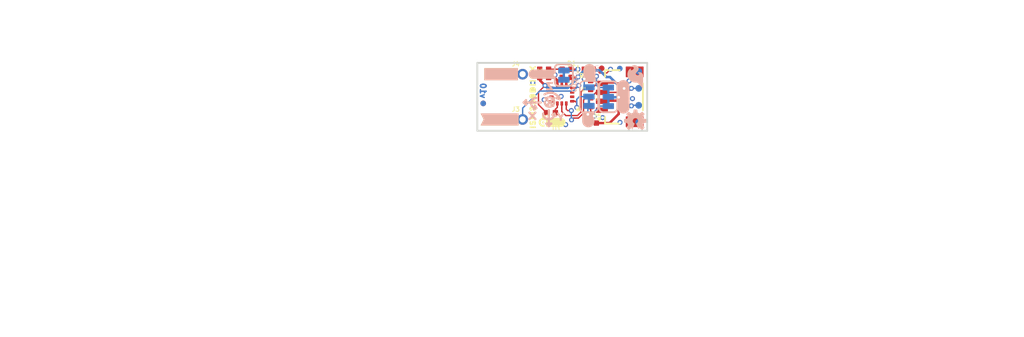
<source format=kicad_pcb>
(kicad_pcb (version 20211014) (generator pcbnew)
  (layers (0 "F.Cu" signal) (31 "B.Cu" signal) (34 "B.Paste" user) (35 "F.Paste" user) (36 "B.SilkS" user "B.Silkscreen") (37 "F.SilkS" user "F.Silkscreen") (38 "B.Mask" user) (39 "F.Mask" user) (44 "Edge.Cuts" user))
  (net 0 "")
  (net 1 "GND")
  (net 2 "SCL")
  (net 3 "SDA")
  (net 4 "SA0")
  (net 5 "INT1")
  (net 6 "3.3V")
  (net 7 "N$5")
  (net 8 "N$6")
  (net 9 "N$2")
  (net 10 "N$3")
  (net 11 "N$1")
  (net 12 "N$7")
  (net 13 "N$4")
  (footprint "boardEagle:ISM330DHCX2120" (layer "F.Cu") (at 145.1991 104.9782 90)
    (fp_text reference "U$6" hide)
    (fp_text value "" hide)
  )
  (footprint "boardEagle:FIDUCIAL-MICRO" (layer "F.Cu") (at 152.9207 101.8032)
    (fp_text reference "FID1" hide)
    (fp_text value "FIDUCIALUFIDUCIAL" hide)
    (pad "1" smd roundrect (at 0 0) (size 0.635 0.635) (layers "F.Cu" "F.Mask") (roundrect_rratio 0.5))
  )
  (footprint "boardEagle:#GND#4" (layer "F.Cu") (at 141.6431 102.4636)
    (fp_text reference "U$4" hide)
    (fp_text value "" hide)
  )
  (footprint "boardEagle:1X01_1MM_NO_SILK" (layer "F.Cu") (at 144.0561 102.4636)
    (fp_text reference "J4" (at -1.27 -1.143) (layer "F.SilkS") (effects (font (size 0.512064 0.512064) (thickness 0.097536)) (justify left)))
    (fp_text value "")
    (pad "1" thru_hole circle (at 0 0 90) (size 1.2 1.2) (drill 0.7) (layers *.Cu *.Mask) (net 1 "GND"))
  )
  (footprint "boardEagle:CREATIVE_COMMONS" (layer "F.Cu") (at 117.3861 131.6736)
    (fp_text reference "FRAME1" hide)
    (fp_text value "FRAME-LETTER" hide)
  )
  (footprint "boardEagle:0402-TIGHT" (layer "F.Cu") (at 151.4729 101.9048 180)
    (fp_text reference "R6" (at 0 -0.762) (layer "F.SilkS") (effects (font (size 0.512064 0.512064) (thickness 0.097536)) (justify right)))
    (fp_text value "10k")
    (pad "1" smd roundrect (at -0.5 0 180) (size 0.6 0.6) (layers "F.Cu" "F.Paste" "F.Mask") (roundrect_rratio 0.08466666667) (net 1 "GND"))
    (pad "2" smd roundrect (at 0.5 0 180) (size 0.6 0.6) (layers "F.Cu" "F.Paste" "F.Mask") (roundrect_rratio 0.08466666667) (net 12 "N$7"))
  )
  (footprint "boardEagle:STAND-OFF-TIGHT" (layer "F.Cu") (at 141.5161 105.0036)
    (fp_text reference "STANDOFF1" hide)
    (fp_text value "STAND-OFFTIGHT" hide)
    (pad "" np_thru_hole circle (at 0 0) (size 3.048 3.048) (drill 3.048) (layers *.Cu *.Mask))
  )
  (footprint "boardEagle:0402-TIGHT" (layer "F.Cu") (at 146.4691 102.83825)
    (fp_text reference "C3" (at -0.889 -0.762) (layer "F.SilkS") (effects (font (size 0.367386 0.367386) (thickness 0.039014)) (justify left)))
    (fp_text value "0.1uF")
    (pad "1" smd roundrect (at -0.5 0) (size 0.6 0.6) (layers "F.Cu" "F.Paste" "F.Mask") (roundrect_rratio 0.08466666667) (net 6 "3.3V"))
    (pad "2" smd roundrect (at 0.5 0) (size 0.6 0.6) (layers "F.Cu" "F.Paste" "F.Mask") (roundrect_rratio 0.08466666667) (net 1 "GND"))
  )
  (footprint "boardEagle:JST04_1MM_RA" (layer "F.Cu") (at 152.9461 105.0036 90)
    (fp_text reference "J1" (at -1.397 2.159 90) (layer "F.SilkS") (effects (font (size 0.512064 0.512064) (thickness 0.097536)) (justify left)))
    (fp_text value "Qwiic Right Angle")
    (pad "1" smd roundrect (at -1.5 0 90) (size 0.6 1.35) (layers "F.Cu" "F.Paste" "F.Mask") (roundrect_rratio 0.08466666667) (net 1 "GND"))
    (pad "2" smd roundrect (at -0.5 0 90) (size 0.6 1.35) (layers "F.Cu" "F.Paste" "F.Mask") (roundrect_rratio 0.08466666667) (net 6 "3.3V"))
    (pad "3" smd roundrect (at 0.5 0 90) (size 0.6 1.35) (layers "F.Cu" "F.Paste" "F.Mask") (roundrect_rratio 0.08466666667) (net 3 "SDA"))
    (pad "4" smd roundrect (at 1.5 0 90) (size 0.6 1.35) (layers "F.Cu" "F.Paste" "F.Mask") (roundrect_rratio 0.08466666667) (net 2 "SCL"))
    (pad "NC1" smd roundrect (at 2.8 3.675 90) (size 1.2 2) (layers "F.Cu" "F.Paste" "F.Mask") (roundrect_rratio 0.04233333333))
    (pad "NC2" smd roundrect (at -2.8 3.675 90) (size 1.2 2) (layers "F.Cu" "F.Paste" "F.Mask") (roundrect_rratio 0.04233333333))
  )
  (footprint "boardEagle:1X01_1MM_NO_SILK" (layer "F.Cu") (at 144.0561 107.5436)
    (fp_text reference "J3" (at -1.27 -1.143) (layer "F.SilkS") (effects (font (size 0.512064 0.512064) (thickness 0.097536)) (justify left)))
    (fp_text value "")
    (pad "1" thru_hole circle (at 0 0 90) (size 1.2 1.2) (drill 0.7) (layers *.Cu *.Mask) (net 5 "INT1"))
  )
  (footprint "boardEagle:0402-TIGHT" (layer "F.Cu") (at 151.8285 107.95)
    (fp_text reference "R5" (at 0 -0.762) (layer "F.SilkS") (effects (font (size 0.512064 0.512064) (thickness 0.097536)) (justify left)))
    (fp_text value "10k")
    (pad "1" smd roundrect (at -0.5 0) (size 0.6 0.6) (layers "F.Cu" "F.Paste" "F.Mask") (roundrect_rratio 0.08466666667) (net 11 "N$1"))
    (pad "2" smd roundrect (at 0.5 0) (size 0.6 0.6) (layers "F.Cu" "F.Paste" "F.Mask") (roundrect_rratio 0.08466666667) (net 6 "3.3V"))
  )
  (footprint "boardEagle:QWIIC_3MM" (layer "F.Cu") (at 147.3581 107.8738)
    (fp_text reference "LOGO1" hide)
    (fp_text value "QWIIC_LOGO_3MM" hide)
  )
  (footprint "boardEagle:0402-TIGHT" (layer "F.Cu") (at 148.9964 102.81285 180)
    (fp_text reference "C4" (at -0.889 -0.762) (layer "F.SilkS") (effects (font (size 0.367386 0.367386) (thickness 0.039014)) (justify right)))
    (fp_text value "0.1uF")
    (pad "1" smd roundrect (at -0.5 0 180) (size 0.6 0.6) (layers "F.Cu" "F.Paste" "F.Mask") (roundrect_rratio 0.08466666667) (net 6 "3.3V"))
    (pad "2" smd roundrect (at 0.5 0 180) (size 0.6 0.6) (layers "F.Cu" "F.Paste" "F.Mask") (roundrect_rratio 0.08466666667) (net 1 "GND"))
  )
  (footprint "boardEagle:0402-TIGHT" (layer "F.Cu") (at 151.68245 103.6828 90)
    (fp_text reference "R1" (at -0.889 -0.762 90) (layer "F.SilkS") (effects (font (size 0.367386 0.367386) (thickness 0.039014)) (justify left)))
    (fp_text value "2.2k")
    (pad "1" smd roundrect (at -0.5 0 90) (size 0.6 0.6) (layers "F.Cu" "F.Paste" "F.Mask") (roundrect_rratio 0.08466666667) (net 2 "SCL"))
    (pad "2" smd roundrect (at 0.5 0 90) (size 0.6 0.6) (layers "F.Cu" "F.Paste" "F.Mask") (roundrect_rratio 0.08466666667) (net 7 "N$5"))
  )
  (footprint "boardEagle:LED-0402" (layer "F.Cu") (at 148.9837 101.9048)
    (fp_text reference "D1" (at 0 -0.635) (layer "F.SilkS") (effects (font (size 0.512064 0.512064) (thickness 0.097536)) (justify left)))
    (fp_text value "RED" hide)
    (pad "A" smd roundrect (at -0.5 0) (size 0.6 0.6) (layers "F.Cu" "F.Paste" "F.Mask") (roundrect_rratio 0.08466666667) (net 9 "N$2"))
    (pad "C" smd roundrect (at 0.5 0) (size 0.6 0.6) (layers "F.Cu" "F.Paste" "F.Mask") (roundrect_rratio 0.08466666667) (net 10 "N$3"))
  )
  (footprint "boardEagle:FIDUCIAL-MICRO" (layer "F.Cu") (at 139.6365 105.7402)
    (fp_text reference "FID2" hide)
    (fp_text value "FIDUCIALUFIDUCIAL" hide)
    (pad "1" smd roundrect (at 0 0) (size 0.635 0.635) (layers "F.Cu" "F.Mask") (roundrect_rratio 0.5))
  )
  (footprint "boardEagle:0402-TIGHT" (layer "F.Cu") (at 151.68245 105.6132 -90)
    (fp_text reference "R2" (at -0.889 -0.762 90) (layer "F.SilkS") (effects (font (size 0.367386 0.367386) (thickness 0.039014)) (justify right)))
    (fp_text value "2.2k")
    (pad "1" smd roundrect (at -0.5 0 270) (size 0.6 0.6) (layers "F.Cu" "F.Paste" "F.Mask") (roundrect_rratio 0.08466666667) (net 3 "SDA"))
    (pad "2" smd roundrect (at 0.5 0 270) (size 0.6 0.6) (layers "F.Cu" "F.Paste" "F.Mask") (roundrect_rratio 0.08466666667) (net 8 "N$6"))
  )
  (footprint "boardEagle:0402-TIGHT" (layer "F.Cu") (at 146.4691 101.9048 180)
    (fp_text reference "R4" (at 0 -0.762) (layer "F.SilkS") (effects (font (size 0.512064 0.512064) (thickness 0.097536)) (justify right)))
    (fp_text value "1k")
    (pad "1" smd roundrect (at -0.5 0 180) (size 0.6 0.6) (layers "F.Cu" "F.Paste" "F.Mask") (roundrect_rratio 0.08466666667) (net 9 "N$2"))
    (pad "2" smd roundrect (at 0.5 0 180) (size 0.6 0.6) (layers "F.Cu" "F.Paste" "F.Mask") (roundrect_rratio 0.08466666667) (net 6 "3.3V"))
  )
  (footprint "boardEagle:BLANK" (layer "F.Cu") (at 99.6061 124.0536)
    (fp_text reference "LOGO3" hide)
    (fp_text value "SFE_LOGO_NAME_FLAMEBLANK" hide)
  )
  (footprint "boardEagle:0402-TIGHT" (layer "F.Cu") (at 147.2311 106.7816 180)
    (fp_text reference "R3" (at 0 -0.562) (layer "F.SilkS") (effects (font (size 0.512064 0.512064) (thickness 0.097536)) (justify right)))
    (fp_text value "10k")
    (pad "1" smd roundrect (at -0.5 0 180) (size 0.6 0.6) (layers "F.Cu" "F.Paste" "F.Mask") (roundrect_rratio 0.08466666667) (net 13 "N$4"))
    (pad "2" smd roundrect (at 0.5 0 180) (size 0.6 0.6) (layers "F.Cu" "F.Paste" "F.Mask") (roundrect_rratio 0.08466666667) (net 6 "3.3V"))
  )
  (footprint "boardEagle:LGA-14L" (layer "F.Cu") (at 148.4503 104.7496 180)
    (fp_text reference "U1" (at 0 -3.849) (layer "F.SilkS") (effects (font (size 0.512064 0.512064) (thickness 0.097536)) (justify right)))
    (fp_text value "ISM330DHCX")
    (pad "P1" smd roundrect (at -1.1625 -0.75 180) (size 0.48 0.3) (layers "F.Cu" "F.Paste" "F.Mask") (roundrect_rratio 0.1693333333) (net 4 "SA0"))
    (pad "P2" smd roundrect (at -1.1625 -0.25 180) (size 0.48 0.3) (layers "F.Cu" "F.Paste" "F.Mask") (roundrect_rratio 0.1693333333))
    (pad "P3" smd roundrect (at -1.1625 0.25 180) (size 0.48 0.3) (layers "F.Cu" "F.Paste" "F.Mask") (roundrect_rratio 0.1693333333))
    (pad "P4" smd roundrect (at -1.1625 0.75 180) (size 0.48 0.3) (layers "F.Cu" "F.Paste" "F.Mask") (roundrect_rratio 0.1693333333) (net 5 "INT1"))
    (pad "P5" smd roundrect (at -0.5 1 180) (size 0.3 0.48) (layers "F.Cu" "F.Paste" "F.Mask") (roundrect_rratio 0.1693333333) (net 6 "3.3V"))
    (pad "P6" smd roundrect (at 0 1 180) (size 0.3 0.48) (layers "F.Cu" "F.Paste" "F.Mask") (roundrect_rratio 0.1693333333) (net 1 "GND"))
    (pad "P7" smd roundrect (at 0.5 1 180) (size 0.3 0.48) (layers "F.Cu" "F.Paste" "F.Mask") (roundrect_rratio 0.1693333333) (net 1 "GND"))
    (pad "P8" smd roundrect (at 1.1625 0.75) (size 0.48 0.3) (layers "F.Cu" "F.Paste" "F.Mask") (roundrect_rratio 0.1693333333) (net 6 "3.3V"))
    (pad "P9" smd roundrect (at 1.1625 0.25) (size 0.48 0.3) (layers "F.Cu" "F.Paste" "F.Mask") (roundrect_rratio 0.1693333333))
    (pad "P10" smd roundrect (at 1.1625 -0.25) (size 0.48 0.3) (layers "F.Cu" "F.Paste" "F.Mask") (roundrect_rratio 0.1693333333))
    (pad "P11" smd roundrect (at 1.1625 -0.75) (size 0.48 0.3) (layers "F.Cu" "F.Paste" "F.Mask") (roundrect_rratio 0.1693333333))
    (pad "P12" smd roundrect (at 0.5 -1) (size 0.3 0.48) (layers "F.Cu" "F.Paste" "F.Mask") (roundrect_rratio 0.1693333333) (net 13 "N$4"))
    (pad "P13" smd roundrect (at 0 -1) (size 0.3 0.48) (layers "F.Cu" "F.Paste" "F.Mask") (roundrect_rratio 0.1693333333) (net 2 "SCL"))
    (pad "P14" smd roundrect (at -0.5 -1) (size 0.3 0.48) (layers "F.Cu" "F.Paste" "F.Mask") (roundrect_rratio 0.1693333333) (net 3 "SDA"))
  )
  (footprint "boardEagle:#INT1#0" (layer "F.Cu") (at 141.6431 107.5436)
    (fp_text reference "U$5" hide)
    (fp_text value "" hide)
  )
  (footprint "boardEagle:SMT-JUMPER_3_2-NC_TRACE_SILK" (layer "B.Cu") (at 153.66365 105.0036 -90)
    (fp_text reference "I2C_PU0" (at -1.27 1.27 -270) (layer "B.SilkS") (effects (font (size 0.367386 0.367386) (thickness 0.039014)) (justify right mirror)))
    (fp_text value "S_MODE")
    (fp_poly (pts (xy -0.50165 -0.13335) (xy -1.23825 -0.13335) (xy -1.23825 0.13335) (xy -0.50165 0.13335)) (layer "B.Cu") (width 0) (fill solid))
    (fp_poly (pts (xy 1.23825 -0.13335) (xy 0.50165 -0.13335) (xy 0.50165 0.13335) (xy 1.23825 0.13335)) (layer "B.Cu") (width 0) (fill solid))
    (fp_poly (pts (xy 0.53975 -0.13335) (xy -0.53975 -0.13335) (xy -0.53975 0.13335) (xy 0.53975 0.13335)) (layer "B.Cu") (width 0) (fill solid))
    (pad "1" smd roundrect (at -1.0414 0 270) (size 0.6604 1.27) (layers "B.Cu" "B.Mask") (roundrect_rratio 0.07692307692) (net 7 "N$5"))
    (pad "2" smd roundrect (at 0 0 270) (size 0.6604 1.27) (layers "B.Cu" "B.Mask") (roundrect_rratio 0.07692307692) (net 6 "3.3V"))
    (pad "3" smd roundrect (at 1.0414 0 270) (size 0.6604 1.27) (layers "B.Cu" "B.Mask") (roundrect_rratio 0.07692307692) (net 8 "N$6"))
  )
  (footprint "boardEagle:#LED#2121" (layer "B.Cu") (at 146.3167 102.4636 180)
    (fp_text reference "U$3" hide)
    (fp_text value "" hide)
  )
  (footprint "boardEagle:Y2115" (layer "B.Cu") (at 148.2471 107.2388 180)
    (fp_text reference "U$8" hide)
    (fp_text value "" hide)
  )
  (footprint "boardEagle:#GND#4" (layer "B.Cu") (at 141.6431 102.4636 180)
    (fp_text reference "U$10" hide)
    (fp_text value "" hide)
  )
  (footprint "boardEagle:PAD.03X.03" (layer "B.Cu") (at 157.0736 105.9561 180)
    (fp_text reference "TP3" hide)
    (fp_text value "TEST-POINT3" hide)
    (pad "1" smd roundrect (at 0 0 180) (size 0.762 0.762) (layers "B.Cu" "B.Mask") (roundrect_rratio 0.5) (net 6 "3.3V"))
  )
  (footprint "boardEagle:#0#4" (layer "B.Cu") (at 151.5491 102.4636 90)
    (fp_text reference "U$1" hide)
    (fp_text value "" hide)
  )
  (footprint "boardEagle:FIDUCIAL-MICRO" (layer "B.Cu") (at 139.6365 105.7402 180)
    (fp_text reference "FD2" hide)
    (fp_text value "FIDUCIALUFIDUCIAL" hide)
    (pad "1" smd roundrect (at 0 0 180) (size 0.635 0.635) (layers "B.Cu" "B.Mask") (roundrect_rratio 0.5))
  )
  (footprint "boardEagle:SFE_LOGO_FLAME_.1" (layer "B.Cu") (at 156.7053 102.7176 180)
    (fp_text reference "U$29" hide)
    (fp_text value "" hide)
  )
  (footprint "boardEagle:PAD.03X.03" (layer "B.Cu") (at 157.0736 102.1461 -90)
    (fp_text reference "TP1" hide)
    (fp_text value "TEST-POINT3" hide)
    (pad "1" smd roundrect (at 0 0 270) (size 0.762 0.762) (layers "B.Cu" "B.Mask") (roundrect_rratio 0.5) (net 2 "SCL"))
  )
  (footprint "boardEagle:FIDUCIAL-MICRO" (layer "B.Cu") (at 154.9527 101.8286 180)
    (fp_text reference "FD1" hide)
    (fp_text value "FIDUCIALUFIDUCIAL" hide)
    (pad "1" smd roundrect (at 0 0 180) (size 0.635 0.635) (layers "B.Cu" "B.Mask") (roundrect_rratio 0.5))
  )
  (footprint "boardEagle:SMT-JUMPER_3_1-NC_TRACE_SILK" (layer "B.Cu") (at 151.49195 104.9782 -90)
    (fp_text reference "ADDR0" (at -1.27 1.27 -270) (layer "B.SilkS") (effects (font (size 0.367386 0.367386) (thickness 0.039014)) (justify right mirror)))
    (fp_text value "JUMPER-SMT_3_1-NC_TRACE_SILK")
    (fp_poly (pts (xy 0.53975 -0.13335) (xy -0.19685 -0.13335) (xy -0.19685 0.13335) (xy 0.53975 0.13335)) (layer "B.Cu") (width 0) (fill solid))
    (fp_poly (pts (xy 1.23825 -0.13335) (xy 0.50165 -0.13335) (xy 0.50165 0.13335) (xy 1.23825 0.13335)) (layer "B.Cu") (width 0) (fill solid))
    (pad "1" smd roundrect (at -1.0414 0 270) (size 0.6604 1.27) (layers "B.Cu" "B.Mask") (roundrect_rratio 0.07692307692) (net 12 "N$7"))
    (pad "2" smd roundrect (at 0 0 270) (size 0.6604 1.27) (layers "B.Cu" "B.Mask") (roundrect_rratio 0.07692307692) (net 4 "SA0"))
    (pad "3" smd roundrect (at 1.0414 0 270) (size 0.6604 1.27) (layers "B.Cu" "B.Mask") (roundrect_rratio 0.07692307692) (net 11 "N$1"))
  )
  (footprint "boardEagle:#1#4" (layer "B.Cu") (at 151.4221 107.4166 90)
    (fp_text reference "U$2" hide)
    (fp_text value "" hide)
  )
  (footprint "boardEagle:#I2C#4" (layer "B.Cu") (at 155.3591 105.0036 90)
    (fp_text reference "U$12" hide)
    (fp_text value "" hide)
  )
  (footprint "boardEagle:SMT-JUMPER_2_NC_TRACE_SILK" (layer "B.Cu") (at 148.6789 102.5652 90)
    (fp_text reference "LED0" (at 0 1.143 90) (layer "B.SilkS") (effects (font (size 0.512064 0.512064) (thickness 0.097536)) (justify left mirror)))
    (fp_text value "JUMPER-SMT_2_NC_TRACE_SILK")
    (fp_poly (pts (xy 0.03175 -0.13335) (xy -0.70485 -0.13335) (xy -0.70485 0.13335) (xy 0.03175 0.13335)) (layer "B.Cu") (width 0) (fill solid))
    (fp_poly (pts (xy 0.70485 -0.13335) (xy -0.03175 -0.13335) (xy -0.03175 0.13335) (xy 0.70485 0.13335)) (layer "B.Cu") (width 0) (fill solid))
    (pad "1" smd roundrect (at -0.5207 0 90) (size 0.6604 1.27) (layers "B.Cu" "B.Mask") (roundrect_rratio 0.07692307692) (net 1 "GND"))
    (pad "2" smd roundrect (at 0.5207 0 90) (size 0.6604 1.27) (layers "B.Cu" "B.Mask") (roundrect_rratio 0.07692307692) (net 10 "N$3"))
  )
  (footprint "boardEagle:#INT1#2" (layer "B.Cu") (at 141.6431 107.5436 180)
    (fp_text reference "U$11" hide)
    (fp_text value "" hide)
  )
  (footprint "boardEagle:OSHW-LOGO-MINI" (layer "B.Cu") (at 156.7053 107.68965 180)
    (fp_text reference "LOGO2" hide)
    (fp_text value "OSHW-LOGOMINI" hide)
  )
  (footprint "boardEagle:PAD.03X.03" (layer "B.Cu") (at 157.0736 104.0511 180)
    (fp_text reference "TP2" hide)
    (fp_text value "TEST-POINT3" hide)
    (pad "1" smd roundrect (at 0 0 180) (size 0.762 0.762) (layers "B.Cu" "B.Mask") (roundrect_rratio 0.5) (net 3 "SDA"))
  )
  (footprint "boardEagle:PAD.03X.03" (layer "B.Cu") (at 157.0736 107.8611 180)
    (fp_text reference "TP4" hide)
    (fp_text value "TEST-POINT3" hide)
    (pad "1" smd roundrect (at 0 0 180) (size 0.762 0.762) (layers "B.Cu" "B.Mask") (roundrect_rratio 0.5) (net 1 "GND"))
  )
  (footprint "boardEagle:X2114" (layer "B.Cu") (at 145.0721 107.1626 180)
    (fp_text reference "U$7" hide)
    (fp_text value "" hide)
  )
  (footprint "boardEagle:Z2116" (layer "B.Cu") (at 147.0025 103.8098 180)
    (fp_text reference "U$9" hide)
    (fp_text value "" hide)
  )
  (gr_line (start 145.5801 106.276775) (end 145.4531 106.022775) (layer "B.SilkS") (width 0.254))
  (gr_line (start 147.399375 107.01655) (end 147.754975 107.14355) (layer "B.SilkS") (width 0.254))
  (gr_line (start 146.992975 108.28655) (end 146.738975 108.03255) (layer "B.SilkS") (width 0.254))
  (gr_line (start 144.1831 105.641775) (end 146.0881 105.641775) (layer "B.SilkS") (width 0.254))
  (gr_line (start 147.4851 106.0196) (end 146.5961 105.1306) (layer "B.SilkS") (width 0.254))
  (gr_line (start 145.5801 106.276775) (end 145.3261 106.403775) (layer "B.SilkS") (width 0.254))
  (gr_line (start 146.992975 108.28655) (end 147.246975 108.03255) (layer "B.SilkS") (width 0.254))
  (gr_line (start 148.205825 105.27665) (end 147.89785 105.14965) (layer "B.SilkS") (width 0.254))
  (gr_line (start 146.992975 108.28655) (end 146.992975 106.50855) (layer "B.SilkS") (width 0.254))
  (gr_line (start 146.7231 106.0196) (end 147.6121 105.1306) (layer "B.SilkS") (width 0.254))
  (gr_arc (start 145.5801 106.276775) (mid 145.0086 105.705275) (end 145.5801 105.133775) (layer "B.SilkS") (width 0.254))
  (gr_line (start 147.89785 105.14965) (end 148.25345 104.943275) (layer "B.SilkS") (width 0.254))
  (gr_circle (center 147.066 105.58145) (end 147.5994 105.58145) (layer "B.SilkS") (width 0.254) (fill none))
  (gr_arc (start 146.513549 104.740074) (mid 147.414753 104.567221) (end 148.12645 105.146475) (layer "B.SilkS") (width 0.254))
  (gr_line (start 144.1831 105.641775) (end 144.4371 105.895775) (layer "B.SilkS") (width 0.254))
  (gr_line (start 144.4371 105.895775) (end 144.4371 105.387775) (layer "B.SilkS") (width 0.254))
  (gr_line (start 148.205825 105.27665) (end 148.25345 104.943275) (layer "B.SilkS") (width 0.254))
  (gr_line (start 144.1831 105.641775) (end 144.4371 105.387775) (layer "B.SilkS") (width 0.254))
  (gr_line (start 145.3261 106.403775) (end 145.4531 106.022775) (layer "B.SilkS") (width 0.254))
  (gr_line (start 147.627975 106.88955) (end 147.754975 107.14355) (layer "B.SilkS") (width 0.254))
  (gr_line (start 147.627975 106.88955) (end 147.399375 107.01655) (layer "B.SilkS") (width 0.254))
  (gr_arc (start 147.627975 106.88955) (mid 146.992975 107.52455) (end 146.357975 106.88955) (layer "B.SilkS") (width 0.254))
  (gr_line (start 146.713575 108.00715) (end 147.272375 108.00715) (layer "B.SilkS") (width 0.254))
  (gr_line (start 158.0261 101.1936) (end 138.9761 101.1936) (layer "Edge.Cuts") (width 0.2032))
  (gr_line (start 138.9761 108.8136) (end 158.0261 108.8136) (layer "Edge.Cuts") (width 0.2032))
  (gr_line (start 158.0261 108.8136) (end 158.0261 101.1936) (layer "Edge.Cuts") (width 0.2032))
  (gr_line (start 138.9761 101.1936) (end 138.9761 108.8136) (layer "Edge.Cuts") (width 0.2032))
  (gr_text "v10" (at 139.239625 105.267125 -90) (layer "B.Cu") (effects (font (size 0.633984 0.633984) (thickness 0.178816)) (justify left bottom mirror)))
  (segment (start 148.4503 102.85895) (end 148.4964 102.81285) (width 0.2794) (layer "F.Cu") (net 1))
  (segment (start 147.6295 102.83825) (end 146.9691 102.83825) (width 0.2794) (layer "F.Cu") (net 1))
  (segment (start 147.9503 103.15905) (end 147.6295 102.83825) (width 0.2794) (layer "F.Cu") (net 1))
  (segment (start 152.705018 102.3239) (end 153.4922 102.3239) (width 0.1524) (layer "F.Cu") (net 1))
  (segment (start 147.9503 103.7496) (end 147.9503 103.15905) (width 0.2794) (layer "F.Cu") (net 1))
  (segment (start 148.4503 103.7496) (end 148.4503 102.85895) (width 0.2794) (layer "F.Cu") (net 1))
  (segment (start 151.9729 101.9048) (end 152.285918 101.9048) (width 0.1524) (layer "F.Cu") (net 1))
  (segment (start 153.4922 102.3239) (end 153.9113 101.9048) (width 0.1524) (layer "F.Cu") (net 1))
  (segment (start 152.285918 101.9048) (end 152.705018 102.3239) (width 0.1524) (layer "F.Cu") (net 1))
  (via (at 154.9781 107.8738) (size 0.554) (drill 0.3) (layers "F.Cu" "B.Cu") (net 1))
  (via (at 156.3751 105.2068) (size 0.554) (drill 0.3) (layers "F.Cu" "B.Cu") (net 1))
  (via (at 148.3741 104.9528) (size 0.554) (drill 0.3) (layers "F.Cu" "B.Cu") (net 1))
  (via (at 153.9113 101.9048) (size 0.554) (drill 0.3) (layers "F.Cu" "B.Cu") (net 1))
  (via (at 153.0223 107.3404) (size 0.554) (drill 0.3) (layers "F.Cu" "B.Cu") (net 1))
  (via (at 147.6883 102.5398) (size 0.554) (drill 0.3) (layers "F.Cu" "B.Cu") (net 1))
  (via (at 148.8821 108.1278) (size 0.554) (drill 0.3) (layers "F.Cu" "B.Cu") (net 1))
  (via (at 145.1991 103.4288) (size 0.554) (drill 0.3) (layers "F.Cu" "B.Cu") (net 1))
  (via (at 146.4691 105.3338) (size 0.554) (drill 0.3) (layers "F.Cu" "B.Cu") (net 1))
  (via (at 155.4353 104.0638) (size 0.554) (drill 0.3) (layers "F.Cu" "B.Cu") (net 1))
  (segment (start 150.6093 104.4448) (end 150.6093 106.7054) (width 0.1524) (layer "F.Cu") (net 2))
  (segment (start 152.404331 103.5036) (end 151.725131 104.1828) (width 0.1524) (layer "F.Cu") (net 2))
  (segment (start 152.9461 103.5036) (end 152.9969 103.4528) (width 0.1524) (layer "F.Cu") (net 2))
  (segment (start 150.8713 104.1828) (end 150.6093 104.4448) (width 0.1524) (layer "F.Cu") (net 2))
  (segment (start 148.4503 105.7496) (end 148.4503 106.2736) (width 0.1524) (layer "F.Cu") (net 2))
  (segment (start 151.68245 104.1828) (end 150.8713 104.1828) (width 0.1524) (layer "F.Cu") (net 2))
  (segment (start 148.9075 107.1118) (end 148.4503 106.6546) (width 0.1524) (layer "F.Cu") (net 2))
  (segment (start 150.2029 107.1118) (end 148.9075 107.1118) (width 0.1524) (layer "F.Cu") (net 2))
  (segment (start 148.4503 106.2736) (end 148.4503 106.6546) (width 0.1524) (layer "F.Cu") (net 2))
  (segment (start 150.6093 106.7054) (end 150.2029 107.1118) (width 0.1524) (layer "F.Cu") (net 2))
  (segment (start 155.7669 103.4528) (end 155.9941 103.2256) (width 0.1524) (layer "F.Cu") (net 2))
  (segment (start 152.9969 103.4528) (end 155.7669 103.4528) (width 0.1524) (layer "F.Cu") (net 2))
  (segment (start 152.9461 103.5036) (end 152.404331 103.5036) (width 0.1524) (layer "F.Cu") (net 2))
  (segment (start 151.725131 104.1828) (end 151.68245 104.1828) (width 0.1524) (layer "F.Cu") (net 2))
  (via (at 155.9941 103.2256) (size 0.5588) (drill 0.3048) (layers "F.Cu" "B.Cu") (net 2))
  (segment (start 156.1846 102.1461) (end 157.0736 102.1461) (width 0.1524) (layer "B.Cu") (net 2))
  (segment (start 155.9941 102.3366) (end 156.1846 102.1461) (width 0.1524) (layer "B.Cu") (net 2))
  (segment (start 155.9941 103.2256) (end 155.9941 102.3366) (width 0.1524) (layer "B.Cu") (net 2))
  (segment (start 152.9461 104.5036) (end 152.29205 104.5036) (width 0.1524) (layer "F.Cu") (net 3))
  (segment (start 148.9503 106.3926) (end 148.9503 105.7496) (width 0.1524) (layer "F.Cu") (net 3))
  (segment (start 151.68245 105.1132) (end 151.1347 105.1132) (width 0.1524) (layer "F.Cu") (net 3))
  (segment (start 149.5171 106.54905) (end 149.10675 106.54905) (width 0.1524) (layer "F.Cu") (net 3))
  (segment (start 155.236393 104.544) (end 155.7552 104.544) (width 0.1524) (layer "F.Cu") (net 3))
  (segment (start 152.29205 104.5036) (end 151.68245 105.1132) (width 0.1524) (layer "F.Cu") (net 3))
  (segment (start 150.8887 105.3592) (end 150.8887 106.821138) (width 0.1524) (layer "F.Cu") (net 3))
  (segment (start 155.195993 104.5036) (end 155.236393 104.544) (width 0.1524) (layer "F.Cu") (net 3))
  (segment (start 152.9461 104.5036) (end 155.195993 104.5036) (width 0.1524) (layer "F.Cu") (net 3))
  (segment (start 149.10675 106.54905) (end 148.9503 106.3926) (width 0.1524) (layer "F.Cu") (net 3))
  (segment (start 150.8887 106.821138) (end 150.318637 107.3912) (width 0.1524) (layer "F.Cu") (net 3))
  (segment (start 149.7433 107.3912) (end 149.5425 107.592) (width 0.1524) (layer "F.Cu") (net 3))
  (segment (start 151.1347 105.1132) (end 150.8887 105.3592) (width 0.1524) (layer "F.Cu") (net 3))
  (segment (start 150.318637 107.3912) (end 149.7433 107.3912) (width 0.1524) (layer "F.Cu") (net 3))
  (segment (start 155.7552 104.544) (end 156.2481 104.0511) (width 0.1524) (layer "F.Cu") (net 3))
  (via (at 149.5425 107.592) (size 0.554) (drill 0.3) (layers "F.Cu" "B.Cu") (net 3))
  (via (at 149.5171 106.54905) (size 0.554) (drill 0.3) (layers "F.Cu" "B.Cu") (net 3))
  (via (at 156.2481 104.0511) (size 0.5588) (drill 0.3048) (layers "F.Cu" "B.Cu") (net 3))
  (segment (start 156.2481 104.0511) (end 157.0736 104.0511) (width 0.1524) (layer "B.Cu") (net 3))
  (segment (start 149.5425 107.592) (end 149.5171 107.5666) (width 0.1524) (layer "B.Cu") (net 3))
  (segment (start 149.5171 107.5666) (end 149.5171 106.54905) (width 0.1524) (layer "B.Cu") (net 3))
  (segment (start 150.1171 106.185969) (end 150.1291 106.197969) (width 0.1524) (layer "F.Cu") (net 4))
  (segment (start 150.1171 105.6737) (end 149.943 105.4996) (width 0.1524) (layer "F.Cu") (net 4))
  (segment (start 149.6128 105.4996) (end 149.943 105.4996) (width 0.1524) (layer "F.Cu") (net 4))
  (segment (start 150.1171 105.6737) (end 150.1171 106.185969) (width 0.1524) (layer "F.Cu") (net 4))
  (via (at 150.1291 106.197969) (size 0.554) (drill 0.3) (layers "F.Cu" "B.Cu") (net 4))
  (segment (start 150.1291 105.2806) (end 150.4315 104.9782) (width 0.1524) (layer "B.Cu") (net 4))
  (segment (start 150.1291 106.197969) (end 150.1291 105.2806) (width 0.1524) (layer "B.Cu") (net 4))
  (segment (start 150.4315 104.9782) (end 151.49195 104.9782) (width 0.1524) (layer "B.Cu") (net 4))
  (segment (start 149.6128 103.9996) (end 150.08535 103.9996) (width 0.1524) (layer "F.Cu") (net 5))
  (segment (start 150.08535 103.9996) (end 150.35135 103.7336) (width 0.1524) (layer "F.Cu") (net 5))
  (via (at 150.35135 103.7336) (size 0.554) (drill 0.3) (layers "F.Cu" "B.Cu") (net 5))
  (segment (start 150.35135 103.7336) (end 149.72905 104.3559) (width 0.1524) (layer "B.Cu") (net 5))
  (segment (start 144.0561 106.2736) (end 144.0561 107.5436) (width 0.1524) (layer "B.Cu") (net 5))
  (segment (start 145.9738 104.3559) (end 144.0561 106.2736) (width 0.1524) (layer "B.Cu") (net 5))
  (segment (start 149.72905 104.3559) (end 145.9738 104.3559) (width 0.1524) (layer "B.Cu") (net 5))
  (segment (start 153.8097 107.95) (end 152.3285 107.95) (width 0.2794) (layer "F.Cu") (net 6))
  (segment (start 146.856 103.9996) (end 147.2878 103.9996) (width 0.2794) (layer "F.Cu") (net 6))
  (segment (start 150.23945 102.81285) (end 149.657715 102.81285) (width 0.2794) (layer "F.Cu") (net 6))
  (segment (start 149.571534 102.899032) (end 149.657715 102.81285) (width 0.2794) (layer "F.Cu") (net 6))
  (segment (start 146.856 103.9996) (end 146.59 103.7336) (width 0.2794) (layer "F.Cu") (net 6))
  (segment (start 154.8257 105.4354) (end 154.8257 106.0196) (width 0.2794) (layer "F.Cu") (net 6))
  (segment (start 153.0143 105.4354) (end 154.8257 105.4354) (width 0.2794) (layer "F.Cu") (net 6))
  (segment (start 146.5707 103.7336) (end 146.59 103.7336) (width 0.2794) (layer "F.Cu") (net 6))
  (segment (start 149.419134 102.899032) (end 148.9503 103.367869) (width 0.2794) (layer "F.Cu") (net 6))
  (segment (start 149.419134 102.899032) (end 149.571534 102.899032) (width 0.2794) (layer "F.Cu") (net 6))
  (segment (start 148.9503 103.7496) (end 148.9503 103.367869) (width 0.2794) (layer "F.Cu") (net 6))
  (segment (start 145.8341 105.8846) (end 145.8341 104.4702) (width 0.1524) (layer "F.Cu") (net 6))
  (segment (start 146.7311 106.7816) (end 145.8341 105.8846) (width 0.1524) (layer "F.Cu") (net 6))
  (segment (start 150.2839 102.7684) (end 150.23945 102.81285) (width 0.2794) (layer "F.Cu") (net 6))
  (segment (start 154.8257 106.934) (end 153.8097 107.95) (width 0.2794) (layer "F.Cu") (net 6))
  (segment (start 146.0119 102.88105) (end 146.0119 103.1748) (width 0.2794) (layer "F.Cu") (net 6))
  (segment (start 149.4964 102.81285) (end 149.657715 102.81285) (width 0.3048) (layer "F.Cu") (net 6))
  (segment (start 145.8341 104.4702) (end 146.5707 103.7336) (width 0.1524) (layer "F.Cu") (net 6))
  (segment (start 156.2481 106.0196) (end 154.8257 106.0196) (width 0.1524) (layer "F.Cu") (net 6))
  (segment (start 154.8257 106.0196) (end 154.8257 106.934) (width 0.2794) (layer "F.Cu") (net 6))
  (segment (start 145.9691 101.9048) (end 145.9691 102.83825) (width 0.2794) (layer "F.Cu") (net 6))
  (segment (start 146.0119 103.1748) (end 146.5707 103.7336) (width 0.2794) (layer "F.Cu") (net 6))
  (segment (start 152.9461 105.5036) (end 153.0143 105.4354) (width 0.2794) (layer "F.Cu") (net 6))
  (segment (start 146.0119 102.88105) (end 145.9691 102.83825) (width 0.2794) (layer "F.Cu") (net 6))
  (segment (start 154.8257 105.0544) (end 154.8257 105.4354) (width 0.2794) (layer "F.Cu") (net 6))
  (via (at 150.2839 102.7684) (size 0.554) (drill 0.3) (layers "F.Cu" "B.Cu") (net 6))
  (via (at 154.8257 105.0544) (size 0.554) (drill 0.3) (layers "F.Cu" "B.Cu") (net 6))
  (via (at 156.2481 106.0196) (size 0.5588) (drill 0.3048) (layers "F.Cu" "B.Cu") (net 6))
  (via (at 146.5707 103.7336) (size 0.554) (drill 0.3) (layers "F.Cu" "B.Cu") (net 6))
  (segment (start 154.8257 105.0544) (end 153.71445 105.0544) (width 0.2794) (layer "B.Cu") (net 6))
  (segment (start 154.81935 105.04805) (end 154.8257 105.0544) (width 0.2794) (layer "B.Cu") (net 6))
  (segment (start 150.0807 102.9716) (end 150.0807 103.043) (width 0.2794) (layer "B.Cu") (net 6))
  (segment (start 150.0807 103.043) (end 149.1107 104.013) (width 0.2794) (layer "B.Cu") (net 6))
  (segment (start 153.71445 105.0544) (end 153.66365 105.0036) (width 0.2794) (layer "B.Cu") (net 6))
  (segment (start 152.6921 102.0318) (end 150.9697 102.0318) (width 0.2794) (layer "B.Cu") (net 6))
  (segment (start 150.2839 102.7684) (end 150.0807 102.9716) (width 0.2794) (layer "B.Cu") (net 6))
  (segment (start 157.0736 105.9561) (end 156.3116 105.9561) (width 0.1524) (layer "B.Cu") (net 6))
  (segment (start 153.849059 102.779841) (end 153.44014 102.779841) (width 0.2794) (layer "B.Cu") (net 6))
  (segment (start 156.3116 105.9561) (end 156.2481 106.0196) (width 0.1524) (layer "B.Cu") (net 6))
  (segment (start 150.2839 102.7176) (end 150.2839 102.7684) (width 0.2794) (layer "B.Cu") (net 6))
  (segment (start 149.1107 104.013) (end 146.8501 104.013) (width 0.2794) (layer "B.Cu") (net 6))
  (segment (start 154.81935 103.750132) (end 153.849059 102.779841) (width 0.2794) (layer "B.Cu") (net 6))
  (segment (start 153.44014 102.779841) (end 152.6921 102.0318) (width 0.2794) (layer "B.Cu") (net 6))
  (segment (start 150.9697 102.0318) (end 150.2839 102.7176) (width 0.2794) (layer "B.Cu") (net 6))
  (segment (start 154.81935 103.750132) (end 154.81935 105.04805) (width 0.2794) (layer "B.Cu") (net 6))
  (segment (start 146.8501 104.013) (end 146.5707 103.7336) (width 0.2794) (layer "B.Cu") (net 6))
  (segment (start 152.3365 102.6922) (end 152.17305 102.6922) (width 0.1524) (layer "F.Cu") (net 7))
  (segment (start 152.17305 102.6922) (end 151.68245 103.1828) (width 0.1524) (layer "F.Cu") (net 7))
  (via (at 152.3365 102.6922) (size 0.554) (drill 0.3) (layers "F.Cu" "B.Cu") (net 7))
  (segment (start 152.5905 103.9622) (end 153.66365 103.9622) (width 0.1524) (layer "B.Cu") (net 7))
  (segment (start 152.3365 102.6922) (end 152.3365 103.7082) (width 0.1524) (layer "B.Cu") (net 7))
  (segment (start 152.3365 103.7082) (end 152.5905 103.9622) (width 0.1524) (layer "B.Cu") (net 7))
  (segment (start 152.083328 106.977122) (end 152.083328 107.161772) (width 0.1524) (layer "F.Cu") (net 8))
  (segment (start 151.68245 106.576244) (end 152.083328 106.977122) (width 0.1524) (layer "F.Cu") (net 8))
  (segment (start 151.68245 106.1132) (end 151.68245 106.576244) (width 0.1524) (layer "F.Cu") (net 8))
  (via (at 152.083328 107.161772) (size 0.554) (drill 0.3) (layers "F.Cu" "B.Cu") (net 8))
  (segment (start 152.7429 106.045) (end 153.66365 106.045) (width 0.1524) (layer "B.Cu") (net 8))
  (segment (start 152.083328 107.161772) (end 152.083328 106.704572) (width 0.1524) (layer "B.Cu") (net 8))
  (segment (start 152.7429 106.045) (end 152.083328 106.704572) (width 0.1524) (layer "B.Cu") (net 8))
  (segment (start 148.4837 101.9048) (end 146.9691 101.9048) (width 0.1524) (layer "F.Cu") (net 9))
  (segment (start 149.4837 101.9048) (end 150.2537 101.9048) (width 0.1524) (layer "F.Cu") (net 10))
  (via (at 150.2537 101.9048) (size 0.554) (drill 0.3) (layers "F.Cu" "B.Cu") (net 10))
  (segment (start 150.114 102.0445) (end 148.6789 102.0445) (width 0.1524) (layer "B.Cu") (net 10))
  (segment (start 150.2537 101.9048) (end 150.114 102.0445) (width 0.1524) (layer "B.Cu") (net 10))
  (segment (start 151.3285 107.0124) (end 151.3713 106.9696) (width 0.1524) (layer "F.Cu") (net 11))
  (segment (start 151.3285 107.95) (end 151.3285 107.0124) (width 0.1524) (layer "F.Cu") (net 11))
  (via (at 151.3713 106.9696) (size 0.554) (drill 0.3) (layers "F.Cu" "B.Cu") (net 11))
  (segment (start 151.3713 106.14025) (end 151.49195 106.0196) (width 0.1524) (layer "B.Cu") (net 11))
  (segment (start 151.3713 106.9696) (end 151.3713 106.14025) (width 0.1524) (layer "B.Cu") (net 11))
  (segment (start 150.9729 101.9048) (end 150.9729 102.989) (width 0.1524) (layer "F.Cu") (net 12))
  (segment (start 150.9729 102.989) (end 150.9649 102.997) (width 0.1524) (layer "F.Cu") (net 12))
  (via (at 150.9649 102.997) (size 0.554) (drill 0.3) (layers "F.Cu" "B.Cu") (net 12))
  (segment (start 151.11095 103.9368) (end 150.9649 103.79075) (width 0.1524) (layer "B.Cu") (net 12))
  (segment (start 150.9649 102.997) (end 150.9649 103.79075) (width 0.1524) (layer "B.Cu") (net 12))
  (segment (start 151.11095 103.9368) (end 151.49195 103.9368) (width 0.1524) (layer "B.Cu") (net 12))
  (segment (start 147.9503 106.1814) (end 147.7311 106.4006) (width 0.1524) (layer "F.Cu") (net 13))
  (segment (start 147.9503 105.7496) (end 147.9503 106.1814) (width 0.1524) (layer "F.Cu") (net 13))
  (segment (start 147.7311 106.4006) (end 147.7311 106.7816) (width 0.1524) (layer "F.Cu") (net 13))
)
</source>
